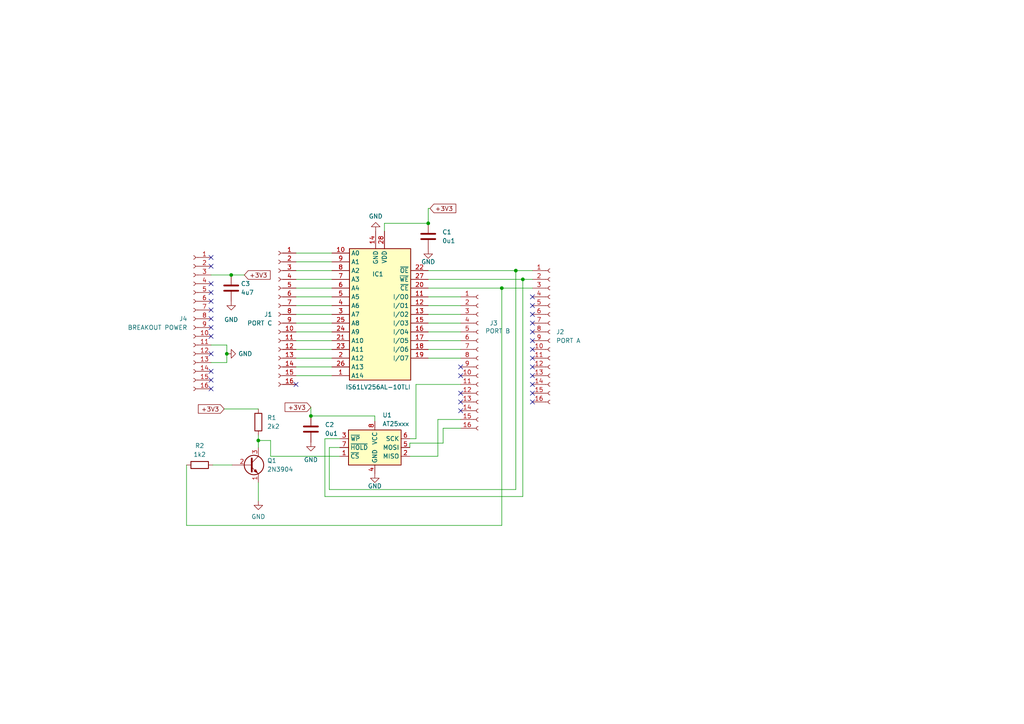
<source format=kicad_sch>
(kicad_sch (version 20230121) (generator eeschema)
  (paper "A4")
  (lib_symbols
    (symbol "Connector:Conn_01x16_Socket" (pin_names (offset 1.016) hide)
      (property "Reference" "J" (at 0 20.32 0))
      (property "Value" "Conn_01x16_Socket" (at 0 -22.86 0))
      (symbol "Conn_01x16_Socket_1_1"
        (arc (start 0 -19.812) (mid -0.5058 -20.32) (end 0 -20.828) (stroke (width 0.1524)))
        (arc (start 0 -17.272) (mid -0.5058 -17.78) (end 0 -18.288) (stroke (width 0.1524)))
        (arc (start 0 -14.732) (mid -0.5058 -15.24) (end 0 -15.748) (stroke (width 0.1524)))
        (arc (start 0 -12.192) (mid -0.5058 -12.7) (end 0 -13.208) (stroke (width 0.1524)))
        (arc (start 0 -9.652) (mid -0.5058 -10.16) (end 0 -10.668) (stroke (width 0.1524)))
        (arc (start 0 -7.112) (mid -0.5058 -7.62) (end 0 -8.128) (stroke (width 0.1524)))
        (arc (start 0 -4.572) (mid -0.5058 -5.08) (end 0 -5.588) (stroke (width 0.1524)))
        (arc (start 0 -2.032) (mid -0.5058 -2.54) (end 0 -3.048) (stroke (width 0.1524)))
        (polyline (pts (xy -1.27 -20.32) (xy -0.508 -20.32)) (stroke (width 0.1524)))
        (polyline (pts (xy -1.27 -17.78) (xy -0.508 -17.78)) (stroke (width 0.1524)))
        (polyline (pts (xy -1.27 -15.24) (xy -0.508 -15.24)) (stroke (width 0.1524)))
        (polyline (pts (xy -1.27 -12.7) (xy -0.508 -12.7)) (stroke (width 0.1524)))
        (polyline (pts (xy -1.27 -10.16) (xy -0.508 -10.16)) (stroke (width 0.1524)))
        (polyline (pts (xy -1.27 -7.62) (xy -0.508 -7.62)) (stroke (width 0.1524)))
        (polyline (pts (xy -1.27 -5.08) (xy -0.508 -5.08)) (stroke (width 0.1524)))
        (polyline (pts (xy -1.27 -2.54) (xy -0.508 -2.54)) (stroke (width 0.1524)))
        (polyline (pts (xy -1.27 0) (xy -0.508 0)) (stroke (width 0.1524)))
        (polyline (pts (xy -1.27 2.54) (xy -0.508 2.54)) (stroke (width 0.1524)))
        (polyline (pts (xy -1.27 5.08) (xy -0.508 5.08)) (stroke (width 0.1524)))
        (polyline (pts (xy -1.27 7.62) (xy -0.508 7.62)) (stroke (width 0.1524)))
        (polyline (pts (xy -1.27 10.16) (xy -0.508 10.16)) (stroke (width 0.1524)))
        (polyline (pts (xy -1.27 12.7) (xy -0.508 12.7)) (stroke (width 0.1524)))
        (polyline (pts (xy -1.27 15.24) (xy -0.508 15.24)) (stroke (width 0.1524)))
        (polyline (pts (xy -1.27 17.78) (xy -0.508 17.78)) (stroke (width 0.1524)))
        (arc (start 0 0.508) (mid -0.5058 0) (end 0 -0.508) (stroke (width 0.1524)))
        (arc (start 0 3.048) (mid -0.5058 2.54) (end 0 2.032) (stroke (width 0.1524)))
        (arc (start 0 5.588) (mid -0.5058 5.08) (end 0 4.572) (stroke (width 0.1524)))
        (arc (start 0 8.128) (mid -0.5058 7.62) (end 0 7.112) (stroke (width 0.1524)))
        (arc (start 0 10.668) (mid -0.5058 10.16) (end 0 9.652) (stroke (width 0.1524)))
        (arc (start 0 13.208) (mid -0.5058 12.7) (end 0 12.192) (stroke (width 0.1524)))
        (arc (start 0 15.748) (mid -0.5058 15.24) (end 0 14.732) (stroke (width 0.1524)))
        (arc (start 0 18.288) (mid -0.5058 17.78) (end 0 17.272) (stroke (width 0.1524)))
        (pin passive line (at -5.08 17.78 0) (length 3.81) (name "Pin_1") (number "1"))
        (pin passive line (at -5.08 -5.08 0) (length 3.81) (name "Pin_10") (number "10"))
        (pin passive line (at -5.08 -7.62 0) (length 3.81) (name "Pin_11") (number "11"))
        (pin passive line (at -5.08 -10.16 0) (length 3.81) (name "Pin_12") (number "12"))
        (pin passive line (at -5.08 -12.7 0) (length 3.81) (name "Pin_13") (number "13"))
        (pin passive line (at -5.08 -15.24 0) (length 3.81) (name "Pin_14") (number "14"))
        (pin passive line (at -5.08 -17.78 0) (length 3.81) (name "Pin_15") (number "15"))
        (pin passive line (at -5.08 -20.32 0) (length 3.81) (name "Pin_16") (number "16"))
        (pin passive line (at -5.08 15.24 0) (length 3.81) (name "Pin_2") (number "2"))
        (pin passive line (at -5.08 12.7 0) (length 3.81) (name "Pin_3") (number "3"))
        (pin passive line (at -5.08 10.16 0) (length 3.81) (name "Pin_4") (number "4"))
        (pin passive line (at -5.08 7.62 0) (length 3.81) (name "Pin_5") (number "5"))
        (pin passive line (at -5.08 5.08 0) (length 3.81) (name "Pin_6") (number "6"))
        (pin passive line (at -5.08 2.54 0) (length 3.81) (name "Pin_7") (number "7"))
        (pin passive line (at -5.08 0 0) (length 3.81) (name "Pin_8") (number "8"))
        (pin passive line (at -5.08 -2.54 0) (length 3.81) (name "Pin_9") (number "9"))
      )
    )
    (symbol "Device:C" (pin_numbers hide) (pin_names (offset 0.254))
      (property "Reference" "C" (at 0.635 2.54 0))
      (property "Value" "C" (at 0.635 -2.54 0))
      (symbol "C_0_1"
        (polyline (pts (xy -2.032 -0.762) (xy 2.032 -0.762)) (stroke (width 0.508)))
        (polyline (pts (xy -2.032 0.762) (xy 2.032 0.762)) (stroke (width 0.508)))
      )
      (symbol "C_1_1"
        (pin passive line (at 0 3.81 270) (length 2.794) (name "~") (number "1"))
        (pin passive line (at 0 -3.81 90) (length 2.794) (name "~") (number "2"))
      )
    )
    (symbol "Device:R" (pin_numbers hide) (pin_names (offset 0))
      (property "Reference" "R" (at 2.032 0 90))
      (property "Value" "R" (at 0 0 90))
      (symbol "R_0_1"
        (rectangle (start -1.016 -2.54) (end 1.016 2.54) (stroke (width 0.254)))
      )
      (symbol "R_1_1"
        (pin passive line (at 0 3.81 270) (length 1.27) (name "~") (number "1"))
        (pin passive line (at 0 -3.81 90) (length 1.27) (name "~") (number "2"))
      )
    )
    (symbol "IS61LV256AL-10TLI:IS61LV256AL-10TLI"
      (property "Reference" "IC" (at 24.13 7.62 0))
      (property "Value" "IS61LV256AL-10TLI" (at 24.13 5.08 0))
      (symbol "IS61LV256AL-10TLI_1_1"
        (rectangle (start 5.08 2.54) (end 22.86 -35.56) (stroke (width 0.254)) (fill (type background)))
        (pin passive line (at 0 -34.29 0) (length 5.08) (name "A14") (number "1"))
        (pin passive line (at 0 1.27 0) (length 5.08) (name "A0") (number "10"))
        (pin passive line (at 27.94 -11.43 180) (length 5.08) (name "I/O0") (number "11"))
        (pin passive line (at 27.94 -13.97 180) (length 5.08) (name "I/O1") (number "12"))
        (pin passive line (at 27.94 -16.51 180) (length 5.08) (name "I/O2") (number "13"))
        (pin passive line (at 12.7 7.62 270) (length 5.08) (name "GND") (number "14"))
        (pin passive line (at 27.94 -19.05 180) (length 5.08) (name "I/O3") (number "15"))
        (pin passive line (at 27.94 -21.59 180) (length 5.08) (name "I/O4") (number "16"))
        (pin passive line (at 27.94 -24.13 180) (length 5.08) (name "I/O5") (number "17"))
        (pin passive line (at 27.94 -26.67 180) (length 5.08) (name "I/O6") (number "18"))
        (pin passive line (at 27.94 -29.21 180) (length 5.08) (name "I/O7") (number "19"))
        (pin passive line (at 0 -29.21 0) (length 5.08) (name "A12") (number "2"))
        (pin passive line (at 27.94 -8.89 180) (length 5.08) (name "~{CE}") (number "20"))
        (pin passive line (at 0 -24.13 0) (length 5.08) (name "A10") (number "21"))
        (pin passive line (at 27.94 -3.81 180) (length 5.08) (name "~{OE}") (number "22"))
        (pin passive line (at 0 -26.67 0) (length 5.08) (name "A11") (number "23"))
        (pin passive line (at 0 -21.59 0) (length 5.08) (name "A9") (number "24"))
        (pin passive line (at 0 -19.05 0) (length 5.08) (name "A8") (number "25"))
        (pin passive line (at 0 -31.75 0) (length 5.08) (name "A13") (number "26"))
        (pin passive line (at 27.94 -6.35 180) (length 5.08) (name "~{WE}") (number "27"))
        (pin passive line (at 15.24 7.62 270) (length 5.08) (name "VDD") (number "28"))
        (pin passive line (at 0 -16.51 0) (length 5.08) (name "A7") (number "3"))
        (pin passive line (at 0 -13.97 0) (length 5.08) (name "A6") (number "4"))
        (pin passive line (at 0 -11.43 0) (length 5.08) (name "A5") (number "5"))
        (pin passive line (at 0 -8.89 0) (length 5.08) (name "A4") (number "6"))
        (pin passive line (at 0 -6.35 0) (length 5.08) (name "A3") (number "7"))
        (pin passive line (at 0 -3.81 0) (length 5.08) (name "A2") (number "8"))
        (pin passive line (at 0 -1.27 0) (length 5.08) (name "A1") (number "9"))
      )
    )
    (symbol "Memory_EEPROM:AT25xxx"
      (property "Reference" "U" (at -7.62 6.35 0))
      (property "Value" "AT25xxx" (at 2.54 -6.35 0))
      (symbol "AT25xxx_1_1"
        (rectangle (start -7.62 5.08) (end 7.62 -5.08) (stroke (width 0.254)) (fill (type background)))
        (pin input line (at -10.16 -2.54 0) (length 2.54) (name "~{CS}") (number "1"))
        (pin tri_state line (at 10.16 -2.54 180) (length 2.54) (name "MISO") (number "2"))
        (pin input line (at -10.16 2.54 0) (length 2.54) (name "~{WP}") (number "3"))
        (pin power_in line (at 0 -7.62 90) (length 2.54) (name "GND") (number "4"))
        (pin input line (at 10.16 0 180) (length 2.54) (name "MOSI") (number "5"))
        (pin input line (at 10.16 2.54 180) (length 2.54) (name "SCK") (number "6"))
        (pin input line (at -10.16 0 0) (length 2.54) (name "~{HOLD}") (number "7"))
        (pin power_in line (at 0 7.62 270) (length 2.54) (name "VCC") (number "8"))
      )
    )
    (symbol "Transistor_BJT:2N3904" (pin_names (offset 0) hide)
      (property "Reference" "Q" (at 5.08 1.905 0))
      (property "Value" "2N3904" (at 5.08 0 0))
      (symbol "2N3904_0_1"
        (polyline (pts (xy 0.635 0.635) (xy 2.54 2.54)))
        (polyline (pts (xy 0.635 -0.635) (xy 2.54 -2.54) (xy 2.54 -2.54)))
        (polyline (pts (xy 0.635 1.905) (xy 0.635 -1.905) (xy 0.635 -1.905)) (stroke (width 0.508)))
        (polyline (pts (xy 1.27 -1.778) (xy 1.778 -1.27) (xy 2.286 -2.286) (xy 1.27 -1.778) (xy 1.27 -1.778)) (fill (type outline)))
        (circle (center 1.27 0) (radius 2.8194) (stroke (width 0.254)))
      )
      (symbol "2N3904_1_1"
        (pin passive line (at 2.54 -5.08 90) (length 2.54) (name "E") (number "1"))
        (pin passive line (at -5.08 0 0) (length 5.715) (name "B") (number "2"))
        (pin passive line (at 2.54 5.08 270) (length 2.54) (name "C") (number "3"))
      )
    )
    (symbol "power:GND" (power) (pin_names (offset 0))
      (property "Value" "GND" (at 0 -3.81 0))
      (symbol "GND_0_1"
        (polyline (pts (xy 0 0) (xy 0 -1.27) (xy 1.27 -1.27) (xy 0 -2.54) (xy -1.27 -1.27) (xy 0 -1.27)))
      )
      (symbol "GND_1_1"
        (pin power_in line (at 0 0 270) (length 0) hide (name "GND") (number "1"))
      )
    )
  )
  (junction (at 74.93 127.762))
  (junction (at 145.542 83.566))
  (junction (at 65.786 102.616))
  (junction (at 124.206 64.77))
  (junction (at 149.606 78.486))
  (junction (at 151.638 81.026))
  (junction (at 90.17 120.65))
  (junction (at 67.056 79.756))
  (no_connect (at 154.432 93.726))
  (no_connect (at 154.432 116.586))
  (no_connect (at 133.604 116.586))
  (no_connect (at 61.214 82.296))
  (no_connect (at 61.214 97.536))
  (no_connect (at 61.214 87.376))
  (no_connect (at 133.604 114.046))
  (no_connect (at 133.604 108.966))
  (no_connect (at 154.432 86.106))
  (no_connect (at 61.214 110.236))
  (no_connect (at 154.432 101.346))
  (no_connect (at 154.432 96.266))
  (no_connect (at 154.432 114.046))
  (no_connect (at 154.432 103.886))
  (no_connect (at 61.214 102.616))
  (no_connect (at 85.852 111.506))
  (no_connect (at 61.214 74.676))
  (no_connect (at 61.214 107.696))
  (no_connect (at 154.432 111.506))
  (no_connect (at 61.214 84.836))
  (no_connect (at 61.214 92.456))
  (no_connect (at 154.432 88.646))
  (no_connect (at 61.214 89.916))
  (no_connect (at 61.214 94.996))
  (no_connect (at 61.214 112.776))
  (no_connect (at 61.214 77.216))
  (no_connect (at 154.432 98.806))
  (no_connect (at 154.432 106.426))
  (no_connect (at 133.604 106.426))
  (no_connect (at 133.604 119.126))
  (no_connect (at 154.432 91.186))
  (no_connect (at 154.432 108.966))
  (wire (pts (xy 85.852 98.806) (xy 96.266 98.806)))
  (wire (pts (xy 61.214 100.076) (xy 65.786 100.076)))
  (wire (pts (xy 124.206 103.886) (xy 133.604 103.886)))
  (wire (pts (xy 120.65 111.506) (xy 133.604 111.506)))
  (wire (pts (xy 54.102 152.4) (xy 54.102 134.874)))
  (wire (pts (xy 118.872 128.524) (xy 128.524 128.524)))
  (wire (pts (xy 151.638 144.018) (xy 94.234 144.018)))
  (wire (pts (xy 124.206 83.566) (xy 145.542 83.566)))
  (wire (pts (xy 124.206 78.486) (xy 149.606 78.486)))
  (wire (pts (xy 124.206 98.806) (xy 133.604 98.806)))
  (wire (pts (xy 111.506 64.77) (xy 124.206 64.77)))
  (wire (pts (xy 65.024 118.618) (xy 74.93 118.618)))
  (wire (pts (xy 151.638 81.026) (xy 154.432 81.026)))
  (wire (pts (xy 124.206 101.346) (xy 133.604 101.346)))
  (wire (pts (xy 95.504 141.986) (xy 95.504 129.794)))
  (wire (pts (xy 85.852 86.106) (xy 96.266 86.106)))
  (wire (pts (xy 149.606 141.986) (xy 95.504 141.986)))
  (wire (pts (xy 94.234 127.254) (xy 98.552 127.254)))
  (wire (pts (xy 124.206 86.106) (xy 133.604 86.106)))
  (wire (pts (xy 85.852 101.346) (xy 96.266 101.346)))
  (wire (pts (xy 85.852 73.406) (xy 96.266 73.406)))
  (wire (pts (xy 145.542 152.4) (xy 54.102 152.4)))
  (wire (pts (xy 118.872 128.524) (xy 118.872 129.794)))
  (wire (pts (xy 61.722 134.874) (xy 67.31 134.874)))
  (wire (pts (xy 149.606 78.486) (xy 154.432 78.486)))
  (wire (pts (xy 85.852 83.566) (xy 96.266 83.566)))
  (wire (pts (xy 94.234 144.018) (xy 94.234 127.254)))
  (wire (pts (xy 74.93 126.238) (xy 74.93 127.762)))
  (wire (pts (xy 85.852 91.186) (xy 96.266 91.186)))
  (wire (pts (xy 95.504 129.794) (xy 98.552 129.794)))
  (wire (pts (xy 85.852 75.946) (xy 96.266 75.946)))
  (wire (pts (xy 145.542 83.566) (xy 154.432 83.566)))
  (wire (pts (xy 61.214 79.756) (xy 67.056 79.756)))
  (wire (pts (xy 65.786 100.076) (xy 65.786 102.616)))
  (wire (pts (xy 78.486 127.762) (xy 74.93 127.762)))
  (wire (pts (xy 85.852 103.886) (xy 96.266 103.886)))
  (wire (pts (xy 85.852 88.646) (xy 96.266 88.646)))
  (wire (pts (xy 85.852 96.266) (xy 96.266 96.266)))
  (wire (pts (xy 98.552 132.334) (xy 78.486 132.334)))
  (wire (pts (xy 74.93 127.762) (xy 74.93 129.794)))
  (wire (pts (xy 67.056 79.756) (xy 70.866 79.756)))
  (wire (pts (xy 111.506 67.056) (xy 111.506 64.77)))
  (wire (pts (xy 124.206 88.646) (xy 133.604 88.646)))
  (wire (pts (xy 120.65 127.254) (xy 118.872 127.254)))
  (wire (pts (xy 127 121.666) (xy 133.604 121.666)))
  (wire (pts (xy 85.852 106.426) (xy 96.266 106.426)))
  (wire (pts (xy 145.542 83.566) (xy 145.542 152.4)))
  (wire (pts (xy 78.486 132.334) (xy 78.486 127.762)))
  (wire (pts (xy 74.93 145.288) (xy 74.93 139.954)))
  (wire (pts (xy 124.206 96.266) (xy 133.604 96.266)))
  (wire (pts (xy 124.206 93.726) (xy 133.604 93.726)))
  (wire (pts (xy 65.786 102.616) (xy 65.786 105.156)))
  (wire (pts (xy 120.65 111.506) (xy 120.65 127.254)))
  (wire (pts (xy 124.206 81.026) (xy 151.638 81.026)))
  (wire (pts (xy 127 132.334) (xy 127 121.666)))
  (wire (pts (xy 108.712 120.65) (xy 108.712 122.174)))
  (wire (pts (xy 124.206 64.77) (xy 124.206 60.452)))
  (wire (pts (xy 90.17 120.65) (xy 108.712 120.65)))
  (wire (pts (xy 128.524 124.206) (xy 128.524 128.524)))
  (wire (pts (xy 65.786 105.156) (xy 61.214 105.156)))
  (wire (pts (xy 124.206 91.186) (xy 133.604 91.186)))
  (wire (pts (xy 85.852 93.726) (xy 96.266 93.726)))
  (wire (pts (xy 90.17 118.11) (xy 90.17 120.65)))
  (wire (pts (xy 128.524 124.206) (xy 133.604 124.206)))
  (wire (pts (xy 118.872 132.334) (xy 127 132.334)))
  (wire (pts (xy 151.638 81.026) (xy 151.638 144.018)))
  (wire (pts (xy 149.606 78.486) (xy 149.606 141.986)))
  (wire (pts (xy 85.852 78.486) (xy 96.266 78.486)))
  (wire (pts (xy 85.852 108.966) (xy 96.266 108.966)))
  (wire (pts (xy 124.206 60.452) (xy 124.714 60.452)))
  (wire (pts (xy 85.852 81.026) (xy 96.266 81.026)))
  (global_label "+3V3" (shape input) (at 70.866 79.756 0) (property "Intersheetrefs" "${INTERSHEET_REFS}" (effects hide)))
  (global_label "+3V3" (shape input) (at 65.024 118.618 180) (property "Intersheetrefs" "${INTERSHEET_REFS}" (effects hide)))
  (global_label "+3V3" (shape input) (at 124.714 60.452 0) (property "Intersheetrefs" "${INTERSHEET_REFS}" (effects hide)))
  (global_label "+3V3" (shape input) (at 90.17 118.11 180) (property "Intersheetrefs" "${INTERSHEET_REFS}" (effects hide)))
  (symbol (lib_id "power:GND") (at 65.786 102.616 90) (unit 1)
    (property "Reference" "#PWR06" (effects hide))
    (property "Value" "GND" (at 69.088 102.616 90) (effects (justify right)))
  )
  (symbol (lib_id "Connector:Conn_01x16_Socket") (at 159.512 96.266 0) (unit 1)
    (property "Reference" "J2" (at 161.29 96.266 0) (effects (justify left)))
    (property "Value" "PORT A" (at 161.29 98.806 0) (effects (justify left)))
    (property "Footprint" "Connector_PinSocket_2.00mm:PinSocket_1x16_P2.00mm_Vertical" (effects hide))
  )
  (symbol (lib_id "power:GND") (at 67.056 87.376 0) (unit 1)
    (property "Reference" "#PWR07" (effects hide))
    (property "Value" "GND" (at 67.056 92.71 0))
  )
  (symbol (lib_id "power:GND") (at 90.17 128.27 0) (unit 1)
    (property "Reference" "#PWR03" (effects hide))
    (property "Value" "GND" (at 90.17 133.35 0))
  )
  (symbol (lib_id "Connector:Conn_01x16_Socket") (at 138.684 103.886 0) (unit 1)
    (property "Reference" "J3" (at 141.986 93.726 0) (effects (justify left)))
    (property "Value" "PORT B" (at 140.716 96.012 0) (effects (justify left)))
    (property "Footprint" "Connector_PinSocket_2.00mm:PinSocket_1x16_P2.00mm_Vertical" (effects hide))
  )
  (symbol (lib_id "Device:C") (at 124.206 68.58 0) (unit 1)
    (property "Reference" "C1" (at 128.27 67.31 0) (effects (justify left)))
    (property "Value" "0u1" (at 128.27 69.85 0) (effects (justify left)))
    (property "Footprint" "Capacitor_SMD:C_0402_1005Metric" (effects hide))
  )
  (symbol (lib_id "power:GND") (at 74.93 145.288 0) (unit 1)
    (property "Reference" "#PWR01" (effects hide))
    (property "Value" "GND" (at 74.93 149.86 0))
  )
  (symbol (lib_id "Memory_EEPROM:AT25xxx") (at 108.712 129.794 0) (unit 1)
    (property "Reference" "U1" (at 110.9061 120.396 0) (effects (justify left)))
    (property "Value" "AT25xxx" (at 110.9061 122.936 0) (effects (justify left)))
    (property "Footprint" "Package_SO:SOIC-8-1EP_3.9x4.9mm_P1.27mm_EP2.29x3mm" (effects hide))
    (property "Datasheet" "http://ww1.microchip.com/downloads/en/DeviceDoc/Atmel-8707-SEEPROM-AT25010B-020B-040B-Datasheet.pdf" (effects hide))
  )
  (symbol (lib_id "power:GND") (at 124.206 72.39 0) (unit 1)
    (property "Reference" "#PWR02" (effects hide))
    (property "Value" "GND" (at 124.206 75.946 0))
  )
  (symbol (lib_id "Transistor_BJT:2N3904") (at 72.39 134.874 0) (unit 1)
    (property "Reference" "Q1" (at 77.47 133.604 0) (effects (justify left)))
    (property "Value" "2N3904" (at 77.47 136.144 0) (effects (justify left)))
    (property "Footprint" "Package_TO_SOT_THT:TO-92_Inline" (effects hide))
    (property "Datasheet" "https://www.onsemi.com/pub/Collateral/2N3903-D.PDF" (effects hide))
  )
  (symbol (lib_id "power:GND") (at 108.712 137.414 0) (unit 1)
    (property "Reference" "#PWR04" (effects hide))
    (property "Value" "GND" (at 108.712 140.97 0))
  )
  (symbol (lib_id "power:GND") (at 108.966 67.056 180) (unit 1)
    (property "Reference" "#PWR05" (effects hide))
    (property "Value" "GND" (at 108.966 62.738 0))
  )
  (symbol (lib_id "Device:C") (at 67.056 83.566 0) (unit 1)
    (property "Reference" "C3" (at 69.85 82.296 0) (effects (justify left)))
    (property "Value" "4u7" (at 69.85 84.836 0) (effects (justify left)))
    (property "Footprint" "Capacitor_SMD:C_0402_1005Metric" (effects hide))
  )
  (symbol (lib_id "Device:R") (at 74.93 122.428 0) (unit 1)
    (property "Reference" "R1" (at 77.47 121.158 0) (effects (justify left)))
    (property "Value" "2k2" (at 77.47 123.698 0) (effects (justify left)))
    (property "Footprint" "Resistor_SMD:R_0402_1005Metric" (effects hide))
  )
  (symbol (lib_id "Connector:Conn_01x16_Socket") (at 56.134 92.456 0) (mirror y) (unit 1)
    (property "Reference" "J4" (at 54.356 92.456 0) (effects (justify left)))
    (property "Value" "BREAKOUT POWER" (at 54.356 94.996 0) (effects (justify left)))
    (property "Footprint" "Connector_PinSocket_2.00mm:PinSocket_1x16_P2.00mm_Vertical" (effects hide))
  )
  (symbol (lib_id "Connector:Conn_01x16_Socket") (at 80.772 91.186 0) (mirror y) (unit 1)
    (property "Reference" "J1" (at 78.994 91.186 0) (effects (justify left)))
    (property "Value" "PORT C" (at 78.994 93.726 0) (effects (justify left)))
    (property "Footprint" "Connector_PinSocket_2.00mm:PinSocket_1x16_P2.00mm_Vertical" (effects hide))
  )
  (symbol (lib_id "IS61LV256AL-10TLI:IS61LV256AL-10TLI") (at 96.266 74.676 0) (unit 1)
    (property "Reference" "IC1" (at 111.252 79.502 0) (effects (justify right)))
    (property "Value" "IS61LV256AL-10TLI" (at 119.126 112.268 0) (effects (justify right)))
    (property "Footprint" "Package_SO:TSOP-I-28_11.8x8mm_P0.55mm" (effects hide))
    (property "Datasheet" "http://www.issi.com/WW/pdf/61LV256AL.pdf" (effects hide))
    (property "Height" "1.2" (effects hide))
    (property "Mouser Part Number" "870-IS61LV256AL10TLI" (effects hide))
    (property "Mouser Price/Stock" "https://www.mouser.co.uk/ProductDetail/ISSI/IS61LV256AL-10TLI?qs=AG1tZYOK7s62lfPD8V5A8g%3D%3D" (effects hide))
    (property "Manufacturer_Name" "Integrated Silicon Solution Inc." (effects hide))
    (property "Manufacturer_Part_Number" "IS61LV256AL-10TLI" (effects hide))
  )
  (symbol (lib_id "Device:C") (at 90.17 124.46 0) (unit 1)
    (property "Reference" "C2" (at 94.234 123.19 0) (effects (justify left)))
    (property "Value" "0u1" (at 94.234 125.73 0) (effects (justify left)))
    (property "Footprint" "Capacitor_SMD:C_0402_1005Metric" (effects hide))
  )
  (symbol (lib_id "Device:R") (at 57.912 134.874 90) (unit 1)
    (property "Reference" "R2" (at 57.912 129.286 90))
    (property "Value" "1k2" (at 57.912 131.826 90))
    (property "Footprint" "Resistor_SMD:R_0402_1005Metric" (effects hide))
  )
)
</source>
